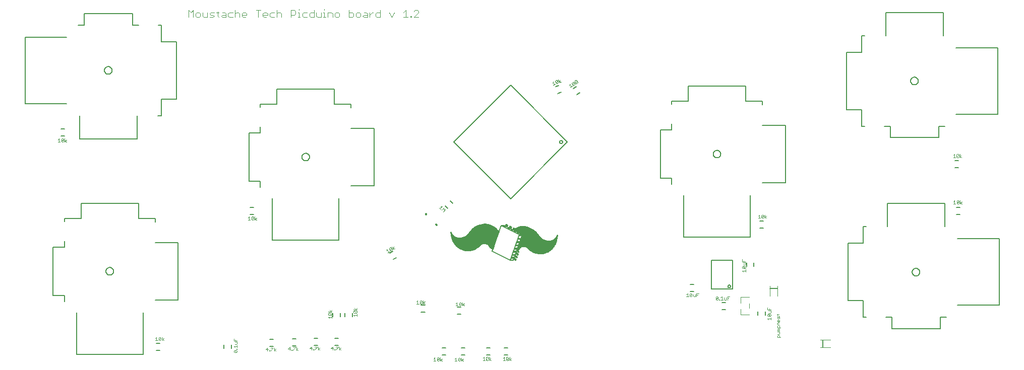
<source format=gto>
G75*
G70*
%OFA0B0*%
%FSLAX24Y24*%
%IPPOS*%
%LPD*%
%AMOC8*
5,1,8,0,0,1.08239X$1,22.5*
%
%ADD10C,0.0020*%
%ADD11C,0.0040*%
%ADD12C,0.0060*%
%ADD13C,0.0120*%
%ADD14C,0.0080*%
%ADD15C,0.0050*%
%ADD16C,0.0039*%
%ADD17C,0.0079*%
D10*
X019390Y008637D02*
X019390Y008710D01*
X019427Y008747D01*
X019574Y008600D01*
X019611Y008637D01*
X019611Y008710D01*
X019574Y008747D01*
X019427Y008747D01*
X019390Y008637D02*
X019427Y008600D01*
X019574Y008600D01*
X019574Y008821D02*
X019574Y008858D01*
X019611Y008858D01*
X019611Y008821D01*
X019574Y008821D01*
X019611Y008932D02*
X019611Y009078D01*
X019611Y009005D02*
X019390Y009005D01*
X019464Y008932D01*
X019464Y009153D02*
X019574Y009153D01*
X019611Y009189D01*
X019611Y009299D01*
X019464Y009299D01*
X019500Y009374D02*
X019500Y009447D01*
X019390Y009374D02*
X019390Y009520D01*
X019390Y009374D02*
X019611Y009374D01*
X021509Y008814D02*
X021656Y008814D01*
X021730Y008741D02*
X021767Y008741D01*
X021767Y008704D01*
X021730Y008704D01*
X021730Y008741D01*
X021841Y008741D02*
X021987Y008888D01*
X021987Y008925D01*
X021841Y008925D01*
X021841Y008741D02*
X021841Y008704D01*
X022062Y008704D02*
X022062Y008925D01*
X022172Y008851D02*
X022062Y008778D01*
X022172Y008704D01*
X021619Y008704D02*
X021619Y008925D01*
X021509Y008814D01*
X022988Y008863D02*
X023135Y008863D01*
X023209Y008789D02*
X023246Y008789D01*
X023246Y008752D01*
X023209Y008752D01*
X023209Y008789D01*
X023319Y008789D02*
X023466Y008936D01*
X023466Y008973D01*
X023319Y008973D01*
X023319Y008789D02*
X023319Y008752D01*
X023098Y008752D02*
X023098Y008973D01*
X022988Y008863D01*
X023540Y008826D02*
X023650Y008752D01*
X023540Y008752D02*
X023540Y008973D01*
X023650Y008899D02*
X023540Y008826D01*
X024417Y008886D02*
X024564Y008886D01*
X024638Y008813D02*
X024675Y008813D01*
X024675Y008776D01*
X024638Y008776D01*
X024638Y008813D01*
X024749Y008813D02*
X024749Y008776D01*
X024749Y008813D02*
X024895Y008960D01*
X024895Y008996D01*
X024749Y008996D01*
X024970Y008996D02*
X024970Y008776D01*
X024970Y008849D02*
X025080Y008776D01*
X024970Y008849D02*
X025080Y008923D01*
X024527Y008996D02*
X024527Y008776D01*
X024417Y008886D02*
X024527Y008996D01*
X025813Y008881D02*
X025960Y008881D01*
X026034Y008807D02*
X026071Y008807D01*
X026071Y008771D01*
X026034Y008771D01*
X026034Y008807D01*
X026145Y008807D02*
X026145Y008771D01*
X026145Y008807D02*
X026291Y008954D01*
X026291Y008991D01*
X026145Y008991D01*
X026366Y008991D02*
X026366Y008771D01*
X026366Y008844D02*
X026476Y008771D01*
X026366Y008844D02*
X026476Y008917D01*
X025923Y008991D02*
X025923Y008771D01*
X025813Y008881D02*
X025923Y008991D01*
X025871Y010874D02*
X025871Y011021D01*
X025871Y010947D02*
X025650Y010947D01*
X025724Y010874D01*
X025687Y011095D02*
X025650Y011132D01*
X025650Y011205D01*
X025687Y011242D01*
X025834Y011095D01*
X025871Y011132D01*
X025871Y011205D01*
X025834Y011242D01*
X025687Y011242D01*
X025650Y011316D02*
X025871Y011316D01*
X025797Y011316D02*
X025724Y011426D01*
X025797Y011316D02*
X025871Y011426D01*
X025834Y011095D02*
X025687Y011095D01*
X027310Y011073D02*
X027531Y011073D01*
X027531Y011000D02*
X027531Y011147D01*
X027494Y011221D02*
X027347Y011368D01*
X027494Y011368D01*
X027531Y011331D01*
X027531Y011258D01*
X027494Y011221D01*
X027347Y011221D01*
X027310Y011258D01*
X027310Y011331D01*
X027347Y011368D01*
X027310Y011442D02*
X027531Y011442D01*
X027457Y011442D02*
X027384Y011552D01*
X027457Y011442D02*
X027531Y011552D01*
X027310Y011073D02*
X027384Y011000D01*
X031480Y011830D02*
X031626Y011830D01*
X031553Y011830D02*
X031553Y012050D01*
X031480Y011977D01*
X031701Y012014D02*
X031737Y012050D01*
X031811Y012050D01*
X031847Y012014D01*
X031701Y011867D01*
X031737Y011830D01*
X031811Y011830D01*
X031847Y011867D01*
X031847Y012014D01*
X031922Y012050D02*
X031922Y011830D01*
X031922Y011904D02*
X032032Y011830D01*
X031922Y011904D02*
X032032Y011977D01*
X031701Y012014D02*
X031701Y011867D01*
X034074Y011857D02*
X034148Y011930D01*
X034148Y011710D01*
X034221Y011710D02*
X034074Y011710D01*
X034295Y011747D02*
X034442Y011894D01*
X034442Y011747D01*
X034406Y011710D01*
X034332Y011710D01*
X034295Y011747D01*
X034295Y011894D01*
X034332Y011930D01*
X034406Y011930D01*
X034442Y011894D01*
X034516Y011930D02*
X034516Y011710D01*
X034516Y011783D02*
X034626Y011857D01*
X034516Y011783D02*
X034626Y011710D01*
X034450Y008262D02*
X034450Y008042D01*
X034450Y008115D02*
X034560Y008189D01*
X034450Y008115D02*
X034560Y008042D01*
X034376Y008079D02*
X034339Y008042D01*
X034266Y008042D01*
X034229Y008079D01*
X034376Y008226D01*
X034376Y008079D01*
X034376Y008226D02*
X034339Y008262D01*
X034266Y008262D01*
X034229Y008226D01*
X034229Y008079D01*
X034155Y008042D02*
X034008Y008042D01*
X034081Y008042D02*
X034081Y008262D01*
X034008Y008189D01*
X033156Y008197D02*
X033046Y008123D01*
X033156Y008050D01*
X033046Y008050D02*
X033046Y008270D01*
X032972Y008234D02*
X032825Y008087D01*
X032862Y008050D01*
X032936Y008050D01*
X032972Y008087D01*
X032972Y008234D01*
X032936Y008270D01*
X032862Y008270D01*
X032825Y008234D01*
X032825Y008087D01*
X032751Y008050D02*
X032604Y008050D01*
X032678Y008050D02*
X032678Y008270D01*
X032604Y008197D01*
X035867Y008236D02*
X035940Y008310D01*
X035940Y008089D01*
X035867Y008089D02*
X036014Y008089D01*
X036088Y008126D02*
X036235Y008273D01*
X036235Y008126D01*
X036198Y008089D01*
X036125Y008089D01*
X036088Y008126D01*
X036088Y008273D01*
X036125Y008310D01*
X036198Y008310D01*
X036235Y008273D01*
X036309Y008310D02*
X036309Y008089D01*
X036309Y008163D02*
X036419Y008089D01*
X036309Y008163D02*
X036419Y008236D01*
X037191Y008227D02*
X037264Y008300D01*
X037264Y008080D01*
X037191Y008080D02*
X037337Y008080D01*
X037412Y008117D02*
X037558Y008264D01*
X037558Y008117D01*
X037522Y008080D01*
X037448Y008080D01*
X037412Y008117D01*
X037412Y008264D01*
X037448Y008300D01*
X037522Y008300D01*
X037558Y008264D01*
X037633Y008300D02*
X037633Y008080D01*
X037633Y008153D02*
X037743Y008080D01*
X037633Y008153D02*
X037743Y008227D01*
X049321Y012300D02*
X049467Y012300D01*
X049394Y012300D02*
X049394Y012520D01*
X049321Y012447D01*
X049542Y012484D02*
X049578Y012520D01*
X049652Y012520D01*
X049688Y012484D01*
X049542Y012337D01*
X049578Y012300D01*
X049652Y012300D01*
X049688Y012337D01*
X049688Y012484D01*
X049763Y012447D02*
X049763Y012337D01*
X049799Y012300D01*
X049909Y012300D01*
X049909Y012447D01*
X049984Y012410D02*
X050057Y012410D01*
X049984Y012300D02*
X049984Y012520D01*
X050130Y012520D01*
X049542Y012484D02*
X049542Y012337D01*
X051256Y012274D02*
X051256Y012127D01*
X051403Y012274D01*
X051403Y012127D01*
X051366Y012090D01*
X051293Y012090D01*
X051256Y012127D01*
X051256Y012274D02*
X051293Y012310D01*
X051366Y012310D01*
X051403Y012274D01*
X051477Y012127D02*
X051514Y012127D01*
X051514Y012090D01*
X051477Y012090D01*
X051477Y012127D01*
X051588Y012090D02*
X051734Y012090D01*
X051661Y012090D02*
X051661Y012310D01*
X051588Y012237D01*
X051809Y012237D02*
X051809Y012127D01*
X051845Y012090D01*
X051955Y012090D01*
X051955Y012237D01*
X052030Y012200D02*
X052103Y012200D01*
X052030Y012090D02*
X052030Y012310D01*
X052176Y012310D01*
X054680Y011590D02*
X054680Y011443D01*
X054901Y011443D01*
X054901Y011369D02*
X054754Y011369D01*
X054790Y011443D02*
X054790Y011516D01*
X054901Y011369D02*
X054901Y011259D01*
X054864Y011222D01*
X054754Y011222D01*
X054717Y011148D02*
X054864Y011001D01*
X054901Y011038D01*
X054901Y011111D01*
X054864Y011148D01*
X054717Y011148D01*
X054680Y011111D01*
X054680Y011038D01*
X054717Y011001D01*
X054864Y011001D01*
X054901Y010927D02*
X054901Y010780D01*
X054901Y010853D02*
X054680Y010853D01*
X054754Y010780D01*
X055334Y010741D02*
X055370Y010778D01*
X055407Y010778D01*
X055407Y010631D01*
X055370Y010631D02*
X055334Y010668D01*
X055334Y010741D01*
X055370Y010631D02*
X055444Y010631D01*
X055481Y010668D01*
X055481Y010741D01*
X055481Y010852D02*
X055481Y010962D01*
X055444Y010999D01*
X055407Y010962D01*
X055407Y010889D01*
X055370Y010852D01*
X055334Y010889D01*
X055334Y010999D01*
X055334Y011073D02*
X055334Y011147D01*
X055297Y011110D02*
X055444Y011110D01*
X055481Y011147D01*
X055481Y010557D02*
X055444Y010521D01*
X055297Y010521D01*
X055334Y010557D02*
X055334Y010484D01*
X055370Y010410D02*
X055444Y010410D01*
X055481Y010373D01*
X055481Y010263D01*
X055554Y010263D02*
X055334Y010263D01*
X055334Y010373D01*
X055370Y010410D01*
X055370Y010189D02*
X055481Y010189D01*
X055481Y010115D02*
X055370Y010115D01*
X055334Y010152D01*
X055370Y010189D01*
X055370Y010115D02*
X055334Y010079D01*
X055334Y010042D01*
X055481Y010042D01*
X055481Y009968D02*
X055334Y009968D01*
X055481Y009968D02*
X055481Y009858D01*
X055444Y009821D01*
X055334Y009821D01*
X055370Y009747D02*
X055444Y009747D01*
X055481Y009710D01*
X055481Y009600D01*
X055554Y009600D02*
X055334Y009600D01*
X055334Y009710D01*
X055370Y009747D01*
X053229Y013957D02*
X053229Y014104D01*
X053229Y014031D02*
X053009Y014031D01*
X053082Y013957D01*
X053046Y014178D02*
X053009Y014215D01*
X053009Y014289D01*
X053046Y014325D01*
X053192Y014178D01*
X053229Y014215D01*
X053229Y014289D01*
X053192Y014325D01*
X053046Y014325D01*
X053082Y014399D02*
X053192Y014399D01*
X053229Y014436D01*
X053229Y014546D01*
X053082Y014546D01*
X053119Y014620D02*
X053119Y014694D01*
X053009Y014620D02*
X053009Y014767D01*
X053009Y014620D02*
X053229Y014620D01*
X053192Y014178D02*
X053046Y014178D01*
X054064Y017510D02*
X054211Y017510D01*
X054138Y017510D02*
X054138Y017730D01*
X054064Y017657D01*
X054285Y017694D02*
X054285Y017547D01*
X054432Y017694D01*
X054432Y017547D01*
X054396Y017510D01*
X054322Y017510D01*
X054285Y017547D01*
X054285Y017694D02*
X054322Y017730D01*
X054396Y017730D01*
X054432Y017694D01*
X054506Y017730D02*
X054506Y017510D01*
X054506Y017583D02*
X054616Y017657D01*
X054506Y017583D02*
X054616Y017510D01*
X066971Y018450D02*
X067117Y018450D01*
X067044Y018450D02*
X067044Y018670D01*
X066971Y018597D01*
X067192Y018634D02*
X067192Y018487D01*
X067338Y018634D01*
X067338Y018487D01*
X067302Y018450D01*
X067228Y018450D01*
X067192Y018487D01*
X067192Y018634D02*
X067228Y018670D01*
X067302Y018670D01*
X067338Y018634D01*
X067413Y018670D02*
X067413Y018450D01*
X067413Y018523D02*
X067523Y018597D01*
X067413Y018523D02*
X067523Y018450D01*
X067516Y021520D02*
X067406Y021593D01*
X067516Y021667D01*
X067406Y021740D02*
X067406Y021520D01*
X067332Y021557D02*
X067296Y021520D01*
X067222Y021520D01*
X067185Y021557D01*
X067332Y021704D01*
X067332Y021557D01*
X067332Y021704D02*
X067296Y021740D01*
X067222Y021740D01*
X067185Y021704D01*
X067185Y021557D01*
X067111Y021520D02*
X066964Y021520D01*
X067038Y021520D02*
X067038Y021740D01*
X066964Y021667D01*
X042136Y026495D02*
X042122Y026445D01*
X042059Y026408D01*
X042009Y026421D01*
X042062Y026622D01*
X042136Y026495D01*
X042062Y026622D02*
X042012Y026635D01*
X041949Y026599D01*
X041935Y026548D01*
X042009Y026421D01*
X041944Y026384D02*
X041931Y026334D01*
X041867Y026297D01*
X041817Y026311D01*
X041871Y026511D01*
X041944Y026384D01*
X041817Y026311D02*
X041744Y026438D01*
X041757Y026488D01*
X041821Y026525D01*
X041871Y026511D01*
X041771Y026242D02*
X041644Y026169D01*
X041708Y026205D02*
X041598Y026396D01*
X041571Y026296D01*
X041027Y026516D02*
X040898Y026547D01*
X040977Y026654D01*
X040848Y026685D02*
X040924Y026478D01*
X040841Y026487D02*
X040819Y026440D01*
X040750Y026415D01*
X040703Y026437D01*
X040791Y026625D01*
X040841Y026487D01*
X040703Y026437D02*
X040653Y026575D01*
X040675Y026622D01*
X040744Y026647D01*
X040791Y026625D01*
X040646Y026377D02*
X040508Y026327D01*
X040577Y026352D02*
X040502Y026559D01*
X040458Y026465D01*
X033176Y018293D02*
X033072Y018293D01*
X033176Y018293D02*
X033020Y018137D01*
X032968Y018189D02*
X033072Y018085D01*
X033124Y018033D02*
X033280Y018188D01*
X033280Y018084D01*
X033384Y018084D01*
X033228Y017929D01*
X029971Y015615D02*
X029912Y015496D01*
X030044Y015488D01*
X029949Y015433D02*
X029839Y015623D01*
X029793Y015554D02*
X029739Y015354D01*
X029789Y015340D01*
X029853Y015377D01*
X029866Y015427D01*
X029793Y015554D01*
X029743Y015568D01*
X029679Y015531D01*
X029666Y015481D01*
X029739Y015354D01*
X029693Y015285D02*
X029566Y015212D01*
X029630Y015248D02*
X029520Y015439D01*
X029493Y015339D01*
X020893Y017380D02*
X020783Y017453D01*
X020893Y017527D01*
X020783Y017600D02*
X020783Y017380D01*
X020708Y017417D02*
X020672Y017380D01*
X020598Y017380D01*
X020562Y017417D01*
X020708Y017564D01*
X020708Y017417D01*
X020562Y017417D02*
X020562Y017564D01*
X020598Y017600D01*
X020672Y017600D01*
X020708Y017564D01*
X020487Y017380D02*
X020341Y017380D01*
X020414Y017380D02*
X020414Y017600D01*
X020341Y017527D01*
X008323Y022550D02*
X008213Y022623D01*
X008323Y022697D01*
X008213Y022770D02*
X008213Y022550D01*
X008138Y022587D02*
X008102Y022550D01*
X008028Y022550D01*
X007992Y022587D01*
X008138Y022734D01*
X008138Y022587D01*
X007992Y022587D02*
X007992Y022734D01*
X008028Y022770D01*
X008102Y022770D01*
X008138Y022734D01*
X007917Y022550D02*
X007771Y022550D01*
X007844Y022550D02*
X007844Y022770D01*
X007771Y022697D01*
X014288Y009620D02*
X014214Y009547D01*
X014288Y009620D02*
X014288Y009400D01*
X014361Y009400D02*
X014214Y009400D01*
X014435Y009437D02*
X014582Y009584D01*
X014582Y009437D01*
X014546Y009400D01*
X014472Y009400D01*
X014435Y009437D01*
X014435Y009584D01*
X014472Y009620D01*
X014546Y009620D01*
X014582Y009584D01*
X014656Y009620D02*
X014656Y009400D01*
X014656Y009473D02*
X014766Y009547D01*
X014656Y009473D02*
X014766Y009400D01*
D11*
X016411Y030810D02*
X016411Y031270D01*
X016564Y031117D01*
X016717Y031270D01*
X016717Y030810D01*
X016871Y030887D02*
X016948Y030810D01*
X017101Y030810D01*
X017178Y030887D01*
X017178Y031040D01*
X017101Y031117D01*
X016948Y031117D01*
X016871Y031040D01*
X016871Y030887D01*
X017331Y030887D02*
X017408Y030810D01*
X017638Y030810D01*
X017638Y031117D01*
X017792Y031040D02*
X017868Y031117D01*
X018099Y031117D01*
X018252Y031117D02*
X018405Y031117D01*
X018329Y031194D02*
X018329Y030887D01*
X018405Y030810D01*
X018559Y030887D02*
X018636Y030810D01*
X018866Y030810D01*
X018866Y031040D01*
X018789Y031117D01*
X018636Y031117D01*
X018636Y030964D02*
X018866Y030964D01*
X019019Y031040D02*
X019019Y030887D01*
X019096Y030810D01*
X019326Y030810D01*
X019480Y030810D02*
X019480Y031270D01*
X019556Y031117D02*
X019480Y031040D01*
X019556Y031117D02*
X019710Y031117D01*
X019786Y031040D01*
X019786Y030810D01*
X019940Y030887D02*
X020017Y030810D01*
X020170Y030810D01*
X020247Y030964D02*
X019940Y030964D01*
X019940Y031040D02*
X020017Y031117D01*
X020170Y031117D01*
X020247Y031040D01*
X020247Y030964D01*
X019940Y030887D02*
X019940Y031040D01*
X019326Y031117D02*
X019096Y031117D01*
X019019Y031040D01*
X018636Y030964D02*
X018559Y030887D01*
X018099Y030887D02*
X018022Y030964D01*
X017868Y030964D01*
X017792Y031040D01*
X017792Y030810D02*
X018022Y030810D01*
X018099Y030887D01*
X017331Y030887D02*
X017331Y031117D01*
X020861Y031270D02*
X021168Y031270D01*
X021014Y031270D02*
X021014Y030810D01*
X021321Y030887D02*
X021321Y031040D01*
X021398Y031117D01*
X021551Y031117D01*
X021628Y031040D01*
X021628Y030964D01*
X021321Y030964D01*
X021321Y030887D02*
X021398Y030810D01*
X021551Y030810D01*
X021781Y030887D02*
X021858Y030810D01*
X022088Y030810D01*
X022242Y030810D02*
X022242Y031270D01*
X022318Y031117D02*
X022472Y031117D01*
X022549Y031040D01*
X022549Y030810D01*
X022242Y031040D02*
X022318Y031117D01*
X022088Y031117D02*
X021858Y031117D01*
X021781Y031040D01*
X021781Y030887D01*
X023162Y030964D02*
X023393Y030964D01*
X023469Y031040D01*
X023469Y031194D01*
X023393Y031270D01*
X023162Y031270D01*
X023162Y030810D01*
X023623Y030810D02*
X023776Y030810D01*
X023699Y030810D02*
X023699Y031117D01*
X023623Y031117D01*
X023699Y031270D02*
X023699Y031347D01*
X023930Y031040D02*
X023930Y030887D01*
X024006Y030810D01*
X024237Y030810D01*
X024390Y030887D02*
X024467Y030810D01*
X024697Y030810D01*
X024697Y031270D01*
X024697Y031117D02*
X024467Y031117D01*
X024390Y031040D01*
X024390Y030887D01*
X024237Y031117D02*
X024006Y031117D01*
X023930Y031040D01*
X024850Y031117D02*
X024850Y030887D01*
X024927Y030810D01*
X025157Y030810D01*
X025157Y031117D01*
X025311Y031117D02*
X025387Y031117D01*
X025387Y030810D01*
X025311Y030810D02*
X025464Y030810D01*
X025618Y030810D02*
X025618Y031117D01*
X025848Y031117D01*
X025924Y031040D01*
X025924Y030810D01*
X026078Y030887D02*
X026155Y030810D01*
X026308Y030810D01*
X026385Y030887D01*
X026385Y031040D01*
X026308Y031117D01*
X026155Y031117D01*
X026078Y031040D01*
X026078Y030887D01*
X025387Y031270D02*
X025387Y031347D01*
X026999Y031270D02*
X026999Y030810D01*
X027229Y030810D01*
X027306Y030887D01*
X027306Y031040D01*
X027229Y031117D01*
X026999Y031117D01*
X027459Y031040D02*
X027459Y030887D01*
X027536Y030810D01*
X027689Y030810D01*
X027766Y030887D01*
X027766Y031040D01*
X027689Y031117D01*
X027536Y031117D01*
X027459Y031040D01*
X027919Y030887D02*
X027996Y030810D01*
X028226Y030810D01*
X028226Y031040D01*
X028150Y031117D01*
X027996Y031117D01*
X027996Y030964D02*
X028226Y030964D01*
X028380Y030964D02*
X028533Y031117D01*
X028610Y031117D01*
X028763Y031040D02*
X028840Y031117D01*
X029070Y031117D01*
X029070Y031270D02*
X029070Y030810D01*
X028840Y030810D01*
X028763Y030887D01*
X028763Y031040D01*
X028380Y031117D02*
X028380Y030810D01*
X027996Y030964D02*
X027919Y030887D01*
X029684Y031117D02*
X029837Y030810D01*
X029991Y031117D01*
X030605Y031117D02*
X030758Y031270D01*
X030758Y030810D01*
X030605Y030810D02*
X030912Y030810D01*
X031065Y030810D02*
X031142Y030810D01*
X031142Y030887D01*
X031065Y030887D01*
X031065Y030810D01*
X031295Y030810D02*
X031602Y031117D01*
X031602Y031194D01*
X031525Y031270D01*
X031372Y031270D01*
X031295Y031194D01*
X031295Y030810D02*
X031602Y030810D01*
D12*
X040659Y026202D02*
X040881Y026282D01*
X041043Y025839D02*
X040821Y025758D01*
X041823Y026094D02*
X042028Y026212D01*
X042264Y025802D02*
X042059Y025684D01*
X033876Y018468D02*
X033709Y018635D01*
X033375Y018301D02*
X033542Y018134D01*
X029898Y015306D02*
X029693Y015188D01*
X029929Y014779D02*
X030134Y014897D01*
X031788Y011757D02*
X032024Y011757D01*
X032024Y011284D02*
X031788Y011284D01*
X034172Y011154D02*
X034409Y011154D01*
X034409Y011626D02*
X034172Y011626D01*
X034426Y008908D02*
X034662Y008908D01*
X034662Y008436D02*
X034426Y008436D01*
X033419Y008434D02*
X033182Y008434D01*
X033182Y008906D02*
X033419Y008906D01*
X036119Y008916D02*
X036355Y008916D01*
X037272Y008906D02*
X037509Y008906D01*
X037509Y008434D02*
X037272Y008434D01*
X036355Y008443D02*
X036119Y008443D01*
X027227Y010972D02*
X027227Y011208D01*
X026754Y011208D02*
X026754Y010972D01*
X026427Y010972D02*
X026427Y011208D01*
X025954Y011208D02*
X025954Y010972D01*
X026085Y009547D02*
X026321Y009547D01*
X026321Y009074D02*
X026085Y009074D01*
X024925Y009080D02*
X024689Y009080D01*
X023496Y009056D02*
X023260Y009056D01*
X022017Y009008D02*
X021781Y009008D01*
X021781Y009481D02*
X022017Y009481D01*
X023260Y009529D02*
X023496Y009529D01*
X024689Y009552D02*
X024925Y009552D01*
X019227Y009108D02*
X019227Y008872D01*
X018754Y008872D02*
X018754Y009108D01*
X014509Y009226D02*
X014272Y009226D01*
X014272Y008754D02*
X014509Y008754D01*
X020472Y017754D02*
X020709Y017754D01*
X020709Y018226D02*
X020472Y018226D01*
X008209Y022954D02*
X007972Y022954D01*
X007972Y023426D02*
X008209Y023426D01*
X049572Y013126D02*
X049809Y013126D01*
X049809Y012654D02*
X049572Y012654D01*
X051672Y011926D02*
X051909Y011926D01*
X051909Y011454D02*
X051672Y011454D01*
X054054Y011308D02*
X054054Y011072D01*
X054527Y011072D02*
X054527Y011308D01*
X053785Y014313D02*
X053785Y014550D01*
X053313Y014550D02*
X053313Y014313D01*
X054172Y016854D02*
X054409Y016854D01*
X054409Y017326D02*
X054172Y017326D01*
X067172Y017754D02*
X067409Y017754D01*
X067409Y018226D02*
X067172Y018226D01*
X067072Y020854D02*
X067309Y020854D01*
X067309Y021326D02*
X067072Y021326D01*
D13*
X032801Y017065D02*
X032784Y017082D01*
X032110Y017756D02*
X032093Y017773D01*
D14*
X008991Y011240D02*
X008991Y008490D01*
X013391Y008490D01*
X013391Y011240D01*
X014191Y012090D02*
X015721Y012090D01*
X015721Y015890D01*
X014191Y015890D01*
X014191Y017260D02*
X014191Y017490D01*
X013091Y017490D01*
X013091Y018490D01*
X009291Y018490D01*
X009291Y017490D01*
X008191Y017490D01*
X008191Y017290D01*
X008191Y015990D02*
X008191Y015590D01*
X007441Y015590D01*
X007441Y012390D01*
X008191Y012390D01*
X008191Y011990D01*
X010941Y013990D02*
X010943Y014021D01*
X010949Y014052D01*
X010959Y014082D01*
X010972Y014110D01*
X010989Y014137D01*
X011009Y014161D01*
X011032Y014183D01*
X011057Y014201D01*
X011085Y014216D01*
X011114Y014228D01*
X011144Y014236D01*
X011175Y014240D01*
X011207Y014240D01*
X011238Y014236D01*
X011268Y014228D01*
X011297Y014216D01*
X011325Y014201D01*
X011350Y014183D01*
X011373Y014161D01*
X011393Y014137D01*
X011410Y014110D01*
X011423Y014082D01*
X011433Y014052D01*
X011439Y014021D01*
X011441Y013990D01*
X011439Y013959D01*
X011433Y013928D01*
X011423Y013898D01*
X011410Y013870D01*
X011393Y013843D01*
X011373Y013819D01*
X011350Y013797D01*
X011325Y013779D01*
X011297Y013764D01*
X011268Y013752D01*
X011238Y013744D01*
X011207Y013740D01*
X011175Y013740D01*
X011144Y013744D01*
X011114Y013752D01*
X011085Y013764D01*
X011057Y013779D01*
X011032Y013797D01*
X011009Y013819D01*
X010989Y013843D01*
X010972Y013870D01*
X010959Y013898D01*
X010949Y013928D01*
X010943Y013959D01*
X010941Y013990D01*
X021952Y016052D02*
X021952Y018802D01*
X021152Y019552D02*
X021152Y019952D01*
X020402Y019952D01*
X020402Y023152D01*
X021152Y023152D01*
X021152Y023552D01*
X021152Y024852D02*
X021152Y025052D01*
X022252Y025052D01*
X022252Y026052D01*
X026052Y026052D01*
X026052Y025052D01*
X027152Y025052D01*
X027152Y024822D01*
X027152Y023452D02*
X028682Y023452D01*
X028682Y019652D01*
X027152Y019652D01*
X026352Y018802D02*
X026352Y016052D01*
X021952Y016052D01*
X023902Y021552D02*
X023904Y021583D01*
X023910Y021614D01*
X023920Y021644D01*
X023933Y021672D01*
X023950Y021699D01*
X023970Y021723D01*
X023993Y021745D01*
X024018Y021763D01*
X024046Y021778D01*
X024075Y021790D01*
X024105Y021798D01*
X024136Y021802D01*
X024168Y021802D01*
X024199Y021798D01*
X024229Y021790D01*
X024258Y021778D01*
X024286Y021763D01*
X024311Y021745D01*
X024334Y021723D01*
X024354Y021699D01*
X024371Y021672D01*
X024384Y021644D01*
X024394Y021614D01*
X024400Y021583D01*
X024402Y021552D01*
X024400Y021521D01*
X024394Y021490D01*
X024384Y021460D01*
X024371Y021432D01*
X024354Y021405D01*
X024334Y021381D01*
X024311Y021359D01*
X024286Y021341D01*
X024258Y021326D01*
X024229Y021314D01*
X024199Y021306D01*
X024168Y021302D01*
X024136Y021302D01*
X024105Y021306D01*
X024075Y021314D01*
X024046Y021326D01*
X024018Y021341D01*
X023993Y021359D01*
X023970Y021381D01*
X023950Y021405D01*
X023933Y021432D01*
X023920Y021460D01*
X023910Y021490D01*
X023904Y021521D01*
X023902Y021552D01*
X015591Y025390D02*
X014591Y025390D01*
X014591Y024290D01*
X014361Y024290D01*
X012991Y024290D02*
X012991Y022760D01*
X009191Y022760D01*
X009191Y024290D01*
X008341Y025090D02*
X005591Y025090D01*
X005591Y029490D01*
X008341Y029490D01*
X009091Y030290D02*
X009491Y030290D01*
X009491Y031040D01*
X012691Y031040D01*
X012691Y030290D01*
X013091Y030290D01*
X014391Y030290D02*
X014591Y030290D01*
X014591Y029190D01*
X015591Y029190D01*
X015591Y025390D01*
X010841Y027290D02*
X010843Y027321D01*
X010849Y027352D01*
X010859Y027382D01*
X010872Y027410D01*
X010889Y027437D01*
X010909Y027461D01*
X010932Y027483D01*
X010957Y027501D01*
X010985Y027516D01*
X011014Y027528D01*
X011044Y027536D01*
X011075Y027540D01*
X011107Y027540D01*
X011138Y027536D01*
X011168Y027528D01*
X011197Y027516D01*
X011225Y027501D01*
X011250Y027483D01*
X011273Y027461D01*
X011293Y027437D01*
X011310Y027410D01*
X011323Y027382D01*
X011333Y027352D01*
X011339Y027321D01*
X011341Y027290D01*
X011339Y027259D01*
X011333Y027228D01*
X011323Y027198D01*
X011310Y027170D01*
X011293Y027143D01*
X011273Y027119D01*
X011250Y027097D01*
X011225Y027079D01*
X011197Y027064D01*
X011168Y027052D01*
X011138Y027044D01*
X011107Y027040D01*
X011075Y027040D01*
X011044Y027044D01*
X011014Y027052D01*
X010985Y027064D01*
X010957Y027079D01*
X010932Y027097D01*
X010909Y027119D01*
X010889Y027143D01*
X010872Y027170D01*
X010859Y027198D01*
X010849Y027228D01*
X010843Y027259D01*
X010841Y027290D01*
X047589Y023349D02*
X047589Y020149D01*
X048339Y020149D01*
X048339Y019749D01*
X049139Y018999D02*
X049139Y016249D01*
X053539Y016249D01*
X053539Y018999D01*
X054339Y019849D02*
X055869Y019849D01*
X055869Y023649D01*
X054339Y023649D01*
X054339Y025019D02*
X054339Y025249D01*
X053239Y025249D01*
X053239Y026249D01*
X049439Y026249D01*
X049439Y025249D01*
X048339Y025249D01*
X048339Y025049D01*
X048339Y023749D02*
X048339Y023349D01*
X047589Y023349D01*
X051089Y021749D02*
X051091Y021780D01*
X051097Y021811D01*
X051107Y021841D01*
X051120Y021869D01*
X051137Y021896D01*
X051157Y021920D01*
X051180Y021942D01*
X051205Y021960D01*
X051233Y021975D01*
X051262Y021987D01*
X051292Y021995D01*
X051323Y021999D01*
X051355Y021999D01*
X051386Y021995D01*
X051416Y021987D01*
X051445Y021975D01*
X051473Y021960D01*
X051498Y021942D01*
X051521Y021920D01*
X051541Y021896D01*
X051558Y021869D01*
X051571Y021841D01*
X051581Y021811D01*
X051587Y021780D01*
X051589Y021749D01*
X051587Y021718D01*
X051581Y021687D01*
X051571Y021657D01*
X051558Y021629D01*
X051541Y021602D01*
X051521Y021578D01*
X051498Y021556D01*
X051473Y021538D01*
X051445Y021523D01*
X051416Y021511D01*
X051386Y021503D01*
X051355Y021499D01*
X051323Y021499D01*
X051292Y021503D01*
X051262Y021511D01*
X051233Y021523D01*
X051205Y021538D01*
X051180Y021556D01*
X051157Y021578D01*
X051137Y021602D01*
X051120Y021629D01*
X051107Y021657D01*
X051097Y021687D01*
X051091Y021718D01*
X051089Y021749D01*
X059891Y024690D02*
X060891Y024690D01*
X060891Y023590D01*
X061091Y023590D01*
X062391Y023590D02*
X062791Y023590D01*
X062791Y022840D01*
X065991Y022840D01*
X065991Y023590D01*
X066391Y023590D01*
X067141Y024390D02*
X069891Y024390D01*
X069891Y028790D01*
X067141Y028790D01*
X066291Y029590D02*
X066291Y031120D01*
X062491Y031120D01*
X062491Y029590D01*
X061121Y029590D02*
X060891Y029590D01*
X060891Y028490D01*
X059891Y028490D01*
X059891Y024690D01*
X064141Y026590D02*
X064143Y026621D01*
X064149Y026652D01*
X064159Y026682D01*
X064172Y026710D01*
X064189Y026737D01*
X064209Y026761D01*
X064232Y026783D01*
X064257Y026801D01*
X064285Y026816D01*
X064314Y026828D01*
X064344Y026836D01*
X064375Y026840D01*
X064407Y026840D01*
X064438Y026836D01*
X064468Y026828D01*
X064497Y026816D01*
X064525Y026801D01*
X064550Y026783D01*
X064573Y026761D01*
X064593Y026737D01*
X064610Y026710D01*
X064623Y026682D01*
X064633Y026652D01*
X064639Y026621D01*
X064641Y026590D01*
X064639Y026559D01*
X064633Y026528D01*
X064623Y026498D01*
X064610Y026470D01*
X064593Y026443D01*
X064573Y026419D01*
X064550Y026397D01*
X064525Y026379D01*
X064497Y026364D01*
X064468Y026352D01*
X064438Y026344D01*
X064407Y026340D01*
X064375Y026340D01*
X064344Y026344D01*
X064314Y026352D01*
X064285Y026364D01*
X064257Y026379D01*
X064232Y026397D01*
X064209Y026419D01*
X064189Y026443D01*
X064172Y026470D01*
X064159Y026498D01*
X064149Y026528D01*
X064143Y026559D01*
X064141Y026590D01*
X062591Y018466D02*
X066391Y018466D01*
X066391Y016936D01*
X067241Y016136D02*
X069991Y016136D01*
X069991Y011736D01*
X067241Y011736D01*
X066491Y010936D02*
X066091Y010936D01*
X066091Y010186D01*
X062891Y010186D01*
X062891Y010936D01*
X062491Y010936D01*
X061191Y010936D02*
X060991Y010936D01*
X060991Y012036D01*
X059991Y012036D01*
X059991Y015836D01*
X060991Y015836D01*
X060991Y016936D01*
X061221Y016936D01*
X062591Y016936D02*
X062591Y018466D01*
X064241Y013936D02*
X064243Y013967D01*
X064249Y013998D01*
X064259Y014028D01*
X064272Y014056D01*
X064289Y014083D01*
X064309Y014107D01*
X064332Y014129D01*
X064357Y014147D01*
X064385Y014162D01*
X064414Y014174D01*
X064444Y014182D01*
X064475Y014186D01*
X064507Y014186D01*
X064538Y014182D01*
X064568Y014174D01*
X064597Y014162D01*
X064625Y014147D01*
X064650Y014129D01*
X064673Y014107D01*
X064693Y014083D01*
X064710Y014056D01*
X064723Y014028D01*
X064733Y013998D01*
X064739Y013967D01*
X064741Y013936D01*
X064739Y013905D01*
X064733Y013874D01*
X064723Y013844D01*
X064710Y013816D01*
X064693Y013789D01*
X064673Y013765D01*
X064650Y013743D01*
X064625Y013725D01*
X064597Y013710D01*
X064568Y013698D01*
X064538Y013690D01*
X064507Y013686D01*
X064475Y013686D01*
X064444Y013690D01*
X064414Y013698D01*
X064385Y013710D01*
X064357Y013725D01*
X064332Y013743D01*
X064309Y013765D01*
X064289Y013789D01*
X064272Y013816D01*
X064259Y013844D01*
X064249Y013874D01*
X064243Y013905D01*
X064241Y013936D01*
D15*
X052385Y014701D02*
X052385Y012811D01*
X050959Y012811D01*
X050959Y014701D01*
X052385Y014701D01*
X052059Y012989D02*
X052061Y013007D01*
X052067Y013025D01*
X052076Y013041D01*
X052088Y013054D01*
X052103Y013065D01*
X052120Y013073D01*
X052138Y013077D01*
X052156Y013077D01*
X052174Y013073D01*
X052191Y013065D01*
X052206Y013054D01*
X052218Y013041D01*
X052227Y013025D01*
X052233Y013007D01*
X052235Y012989D01*
X052233Y012971D01*
X052227Y012953D01*
X052218Y012937D01*
X052206Y012924D01*
X052191Y012913D01*
X052174Y012905D01*
X052156Y012901D01*
X052138Y012901D01*
X052120Y012905D01*
X052103Y012913D01*
X052088Y012924D01*
X052076Y012937D01*
X052067Y012953D01*
X052061Y012971D01*
X052059Y012989D01*
X040704Y015894D02*
X038323Y015894D01*
X038342Y015942D02*
X040716Y015942D01*
X040729Y015991D02*
X040354Y015991D01*
X040321Y015981D02*
X040426Y016012D01*
X040524Y016059D01*
X040613Y016122D01*
X040691Y016199D01*
X040754Y016287D01*
X040802Y016385D01*
X040742Y016045D01*
X040702Y015888D01*
X040639Y015738D01*
X040554Y015599D01*
X040450Y015474D01*
X040328Y015366D01*
X040192Y015277D01*
X040044Y015210D01*
X039887Y015165D01*
X039726Y015144D01*
X039563Y015147D01*
X039403Y015174D01*
X039248Y015225D01*
X039103Y015299D01*
X038970Y015393D01*
X038852Y015505D01*
X038799Y015554D01*
X040517Y015554D01*
X040477Y015506D02*
X038852Y015506D01*
X038903Y015457D02*
X040431Y015457D01*
X040377Y015408D02*
X038953Y015408D01*
X039016Y015360D02*
X040319Y015360D01*
X040245Y015311D02*
X039085Y015311D01*
X039174Y015263D02*
X040161Y015263D01*
X040054Y015214D02*
X039281Y015214D01*
X039453Y015166D02*
X039891Y015166D01*
X040557Y015603D02*
X038707Y015603D01*
X038736Y015592D02*
X038668Y015617D01*
X038596Y015628D01*
X038523Y015624D01*
X038453Y015606D01*
X038387Y015575D01*
X038328Y015532D01*
X038280Y015478D01*
X038242Y015415D01*
X038222Y015394D01*
X038198Y015378D01*
X038171Y015367D01*
X038142Y015363D01*
X038112Y015365D01*
X038522Y016395D01*
X037892Y016705D01*
X037996Y016790D01*
X038111Y016858D01*
X038234Y016908D01*
X038364Y016940D01*
X038497Y016952D01*
X038630Y016944D01*
X038761Y016917D01*
X038886Y016870D01*
X039002Y016805D01*
X039192Y016702D01*
X039365Y016575D01*
X039520Y016425D01*
X039652Y016255D01*
X039721Y016170D01*
X039803Y016098D01*
X039896Y016041D01*
X039997Y015999D01*
X040103Y015975D01*
X040212Y015969D01*
X040321Y015981D01*
X040484Y016040D02*
X040741Y016040D01*
X040750Y016088D02*
X040566Y016088D01*
X040628Y016137D02*
X040759Y016137D01*
X040767Y016185D02*
X040677Y016185D01*
X040716Y016234D02*
X040776Y016234D01*
X040784Y016282D02*
X040751Y016282D01*
X040776Y016331D02*
X040793Y016331D01*
X040800Y016379D02*
X040801Y016379D01*
X040033Y015991D02*
X038361Y015991D01*
X038381Y016040D02*
X039898Y016040D01*
X039819Y016088D02*
X038400Y016088D01*
X038419Y016137D02*
X039759Y016137D01*
X039709Y016185D02*
X038439Y016185D01*
X038458Y016234D02*
X039670Y016234D01*
X039631Y016282D02*
X038477Y016282D01*
X038497Y016331D02*
X039593Y016331D01*
X039555Y016379D02*
X038516Y016379D01*
X038472Y016415D02*
X037352Y016975D01*
X037362Y016975D01*
X037462Y016925D01*
X037512Y017035D01*
X037402Y017095D01*
X037352Y016975D01*
X037272Y017015D01*
X037072Y017015D01*
X036472Y015315D01*
X037672Y014715D01*
X037872Y014715D01*
X038472Y016415D01*
X038272Y016415D01*
X037872Y016615D01*
X038022Y016615D01*
X038062Y016622D02*
X039301Y016622D01*
X039366Y016574D02*
X038160Y016574D01*
X038232Y016525D02*
X038072Y016525D01*
X037963Y016671D02*
X039235Y016671D01*
X039161Y016719D02*
X037909Y016719D01*
X037885Y016719D02*
X037968Y016719D01*
X037952Y016685D02*
X038002Y016795D01*
X037892Y016855D01*
X037842Y016735D01*
X037852Y016735D01*
X037952Y016685D01*
X037969Y016768D02*
X039071Y016768D01*
X038983Y016816D02*
X038040Y016816D01*
X037990Y016768D02*
X037856Y016768D01*
X037876Y016816D02*
X037964Y016816D01*
X037862Y016705D02*
X037682Y016705D01*
X037712Y016805D02*
X037762Y016915D01*
X037652Y016975D01*
X037602Y016855D01*
X037612Y016855D01*
X037712Y016805D01*
X037717Y016816D02*
X037691Y016816D01*
X037642Y016825D02*
X037472Y016825D01*
X037422Y016935D02*
X037222Y016935D01*
X037367Y017010D02*
X037501Y017010D01*
X037479Y016962D02*
X037389Y016962D01*
X037387Y017059D02*
X037469Y017059D01*
X037647Y016962D02*
X037677Y016962D01*
X037627Y016913D02*
X037762Y016913D01*
X037739Y016865D02*
X037606Y016865D01*
X037872Y016615D02*
X037072Y017015D01*
X036778Y016768D02*
X035173Y016768D01*
X035180Y016775D02*
X035025Y016625D01*
X034892Y016455D01*
X034824Y016370D01*
X034742Y016298D01*
X034649Y016241D01*
X034548Y016199D01*
X034442Y016175D01*
X034333Y016169D01*
X034224Y016181D01*
X034119Y016212D01*
X034021Y016259D01*
X033932Y016322D01*
X033854Y016399D01*
X033790Y016487D01*
X033742Y016585D01*
X033802Y016245D01*
X033843Y016088D01*
X033842Y016088D02*
X036747Y016088D01*
X036731Y016040D02*
X033863Y016040D01*
X033843Y016088D02*
X033906Y015938D01*
X033990Y015799D01*
X034095Y015674D01*
X034217Y015566D01*
X034353Y015477D01*
X034501Y015410D01*
X034658Y015365D01*
X034819Y015344D01*
X034982Y015347D01*
X035142Y015374D01*
X035297Y015425D01*
X035442Y015499D01*
X035575Y015593D01*
X035692Y015705D01*
X035746Y015754D01*
X035808Y015792D01*
X035877Y015817D01*
X035949Y015828D01*
X036022Y015824D01*
X036092Y015806D01*
X036158Y015775D01*
X036216Y015732D01*
X036265Y015678D01*
X036302Y015615D01*
X036327Y015574D01*
X036358Y015537D01*
X036396Y015508D01*
X036439Y015485D01*
X036485Y015471D01*
X036532Y015465D01*
X036922Y016595D01*
X036852Y016685D01*
X036744Y016805D01*
X036619Y016907D01*
X036480Y016990D01*
X036331Y017051D01*
X036174Y017090D01*
X036013Y017104D01*
X035852Y017095D01*
X035694Y017062D01*
X035542Y017005D01*
X035353Y016902D01*
X035180Y016775D01*
X035236Y016816D02*
X036730Y016816D01*
X036671Y016865D02*
X035302Y016865D01*
X035374Y016913D02*
X036609Y016913D01*
X036528Y016962D02*
X035463Y016962D01*
X035556Y017010D02*
X036431Y017010D01*
X036299Y017059D02*
X035687Y017059D01*
X035123Y016719D02*
X036822Y016719D01*
X036862Y016675D02*
X036932Y016595D01*
X036915Y016574D02*
X034985Y016574D01*
X035023Y016622D02*
X036902Y016622D01*
X036864Y016671D02*
X035073Y016671D01*
X034947Y016525D02*
X036898Y016525D01*
X036881Y016476D02*
X034909Y016476D01*
X034870Y016428D02*
X036865Y016428D01*
X036848Y016379D02*
X034831Y016379D01*
X034779Y016331D02*
X036831Y016331D01*
X036814Y016282D02*
X034716Y016282D01*
X034633Y016234D02*
X036798Y016234D01*
X036781Y016185D02*
X034486Y016185D01*
X034211Y016185D02*
X033818Y016185D01*
X033830Y016137D02*
X036764Y016137D01*
X036714Y015991D02*
X033883Y015991D01*
X033904Y015942D02*
X036697Y015942D01*
X036680Y015894D02*
X033932Y015894D01*
X033962Y015845D02*
X036664Y015845D01*
X036647Y015797D02*
X036113Y015797D01*
X036194Y015748D02*
X036630Y015748D01*
X036613Y015700D02*
X036245Y015700D01*
X036281Y015651D02*
X036597Y015651D01*
X036580Y015603D02*
X036310Y015603D01*
X036344Y015554D02*
X036563Y015554D01*
X036546Y015506D02*
X036400Y015506D01*
X035822Y015797D02*
X033992Y015797D01*
X034032Y015748D02*
X035739Y015748D01*
X035687Y015700D02*
X034073Y015700D01*
X034120Y015651D02*
X035636Y015651D01*
X035585Y015603D02*
X034175Y015603D01*
X034234Y015554D02*
X035521Y015554D01*
X035452Y015506D02*
X034309Y015506D01*
X034397Y015457D02*
X035360Y015457D01*
X035246Y015408D02*
X034505Y015408D01*
X034695Y015360D02*
X035057Y015360D01*
X034073Y016234D02*
X033805Y016234D01*
X033796Y016282D02*
X033988Y016282D01*
X033922Y016331D02*
X033787Y016331D01*
X033779Y016379D02*
X033874Y016379D01*
X033833Y016428D02*
X033770Y016428D01*
X033762Y016476D02*
X033798Y016476D01*
X033772Y016525D02*
X033753Y016525D01*
X033744Y016574D02*
X033748Y016574D01*
X037802Y015095D02*
X038002Y015095D01*
X037992Y015055D02*
X038132Y014955D01*
X038112Y014885D01*
X037972Y014975D01*
X037992Y015055D01*
X037962Y015045D02*
X037802Y015045D01*
X037742Y014915D02*
X037942Y014915D01*
X037922Y014875D02*
X038062Y014775D01*
X038042Y014705D01*
X037902Y014795D01*
X037922Y014875D01*
X037922Y014874D02*
X037924Y014874D01*
X037912Y014865D02*
X037732Y014865D01*
X037672Y014715D02*
X038272Y016415D01*
X038262Y016355D02*
X038432Y016355D01*
X038456Y016428D02*
X039516Y016428D01*
X039466Y016476D02*
X038358Y016476D01*
X038259Y016525D02*
X039416Y016525D01*
X038895Y016865D02*
X038127Y016865D01*
X038254Y016913D02*
X038769Y016913D01*
X038362Y016165D02*
X038202Y016165D01*
X038172Y016115D02*
X038342Y016115D01*
X038282Y015935D02*
X038122Y015935D01*
X038102Y015885D02*
X038262Y015885D01*
X038304Y015845D02*
X040685Y015845D01*
X040664Y015797D02*
X038284Y015797D01*
X038265Y015748D02*
X040644Y015748D01*
X040616Y015700D02*
X038246Y015700D01*
X038202Y015675D02*
X038022Y015675D01*
X038042Y015725D02*
X038202Y015725D01*
X038226Y015651D02*
X040587Y015651D01*
X038799Y015554D02*
X038736Y015592D01*
X038445Y015603D02*
X038207Y015603D01*
X038188Y015554D02*
X038358Y015554D01*
X038305Y015506D02*
X038168Y015506D01*
X038152Y015515D02*
X037972Y015515D01*
X037942Y015465D02*
X038122Y015465D01*
X038149Y015457D02*
X038267Y015457D01*
X038236Y015408D02*
X038130Y015408D01*
X038112Y015405D02*
X038252Y015305D01*
X038232Y015235D01*
X038092Y015325D01*
X038112Y015405D01*
X038101Y015360D02*
X038176Y015360D01*
X038114Y015311D02*
X038244Y015311D01*
X038240Y015263D02*
X038190Y015263D01*
X038150Y015166D02*
X038035Y015166D01*
X038032Y015155D02*
X038172Y015065D01*
X038192Y015135D01*
X038052Y015235D01*
X038032Y015155D01*
X038047Y015214D02*
X038082Y015214D01*
X038062Y015265D02*
X037862Y015265D01*
X037892Y015305D02*
X038072Y015305D01*
X038092Y015117D02*
X038187Y015117D01*
X038173Y015069D02*
X038167Y015069D01*
X038110Y014972D02*
X037978Y014972D01*
X037984Y015020D02*
X038042Y015020D01*
X038054Y014923D02*
X038123Y014923D01*
X038059Y014777D02*
X037930Y014777D01*
X037910Y014826D02*
X037991Y014826D01*
X038006Y014729D02*
X038049Y014729D01*
X037691Y018788D02*
X033933Y022547D01*
X037691Y026305D01*
X041449Y022547D01*
X037691Y018788D01*
X040934Y022547D02*
X040936Y022566D01*
X040941Y022585D01*
X040951Y022601D01*
X040963Y022616D01*
X040978Y022628D01*
X040994Y022638D01*
X041013Y022643D01*
X041032Y022645D01*
X041051Y022643D01*
X041070Y022638D01*
X041086Y022628D01*
X041101Y022616D01*
X041113Y022601D01*
X041123Y022585D01*
X041128Y022566D01*
X041130Y022547D01*
X041128Y022528D01*
X041123Y022509D01*
X041113Y022493D01*
X041101Y022478D01*
X041086Y022466D01*
X041070Y022456D01*
X041051Y022451D01*
X041032Y022449D01*
X041013Y022451D01*
X040994Y022456D01*
X040978Y022466D01*
X040963Y022478D01*
X040951Y022493D01*
X040941Y022509D01*
X040936Y022528D01*
X040934Y022547D01*
D16*
X054843Y013025D02*
X054843Y012355D01*
X055339Y012355D02*
X055339Y013025D01*
X053466Y012281D02*
X052915Y012281D01*
X052915Y011887D01*
X053466Y011848D02*
X053466Y011533D01*
X052915Y011493D02*
X052915Y011100D01*
X053466Y011100D01*
X058156Y009438D02*
X058825Y009438D01*
X058825Y008942D02*
X058156Y008942D01*
D17*
X058333Y008954D02*
X058333Y009426D01*
X055327Y012848D02*
X054854Y012848D01*
M02*

</source>
